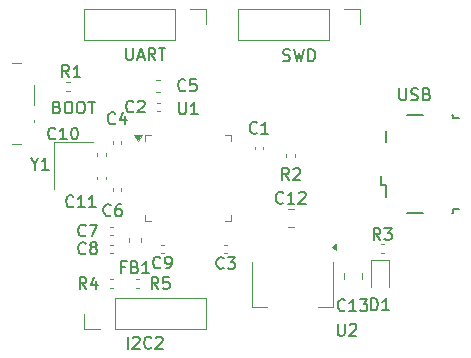
<source format=gbr>
%TF.GenerationSoftware,KiCad,Pcbnew,8.0.8*%
%TF.CreationDate,2025-02-01T16:42:16+07:00*%
%TF.ProjectId,stm32-blue-pill-backups,73746d33-322d-4626-9c75-652d70696c6c,rev?*%
%TF.SameCoordinates,Original*%
%TF.FileFunction,Legend,Top*%
%TF.FilePolarity,Positive*%
%FSLAX46Y46*%
G04 Gerber Fmt 4.6, Leading zero omitted, Abs format (unit mm)*
G04 Created by KiCad (PCBNEW 8.0.8) date 2025-02-01 16:42:16*
%MOMM*%
%LPD*%
G01*
G04 APERTURE LIST*
%ADD10C,0.150000*%
%ADD11C,0.120000*%
G04 APERTURE END LIST*
D10*
X110832857Y-92011009D02*
X110975714Y-92058628D01*
X110975714Y-92058628D02*
X111023333Y-92106247D01*
X111023333Y-92106247D02*
X111070952Y-92201485D01*
X111070952Y-92201485D02*
X111070952Y-92344342D01*
X111070952Y-92344342D02*
X111023333Y-92439580D01*
X111023333Y-92439580D02*
X110975714Y-92487200D01*
X110975714Y-92487200D02*
X110880476Y-92534819D01*
X110880476Y-92534819D02*
X110499524Y-92534819D01*
X110499524Y-92534819D02*
X110499524Y-91534819D01*
X110499524Y-91534819D02*
X110832857Y-91534819D01*
X110832857Y-91534819D02*
X110928095Y-91582438D01*
X110928095Y-91582438D02*
X110975714Y-91630057D01*
X110975714Y-91630057D02*
X111023333Y-91725295D01*
X111023333Y-91725295D02*
X111023333Y-91820533D01*
X111023333Y-91820533D02*
X110975714Y-91915771D01*
X110975714Y-91915771D02*
X110928095Y-91963390D01*
X110928095Y-91963390D02*
X110832857Y-92011009D01*
X110832857Y-92011009D02*
X110499524Y-92011009D01*
X111690000Y-91534819D02*
X111880476Y-91534819D01*
X111880476Y-91534819D02*
X111975714Y-91582438D01*
X111975714Y-91582438D02*
X112070952Y-91677676D01*
X112070952Y-91677676D02*
X112118571Y-91868152D01*
X112118571Y-91868152D02*
X112118571Y-92201485D01*
X112118571Y-92201485D02*
X112070952Y-92391961D01*
X112070952Y-92391961D02*
X111975714Y-92487200D01*
X111975714Y-92487200D02*
X111880476Y-92534819D01*
X111880476Y-92534819D02*
X111690000Y-92534819D01*
X111690000Y-92534819D02*
X111594762Y-92487200D01*
X111594762Y-92487200D02*
X111499524Y-92391961D01*
X111499524Y-92391961D02*
X111451905Y-92201485D01*
X111451905Y-92201485D02*
X111451905Y-91868152D01*
X111451905Y-91868152D02*
X111499524Y-91677676D01*
X111499524Y-91677676D02*
X111594762Y-91582438D01*
X111594762Y-91582438D02*
X111690000Y-91534819D01*
X112737619Y-91534819D02*
X112928095Y-91534819D01*
X112928095Y-91534819D02*
X113023333Y-91582438D01*
X113023333Y-91582438D02*
X113118571Y-91677676D01*
X113118571Y-91677676D02*
X113166190Y-91868152D01*
X113166190Y-91868152D02*
X113166190Y-92201485D01*
X113166190Y-92201485D02*
X113118571Y-92391961D01*
X113118571Y-92391961D02*
X113023333Y-92487200D01*
X113023333Y-92487200D02*
X112928095Y-92534819D01*
X112928095Y-92534819D02*
X112737619Y-92534819D01*
X112737619Y-92534819D02*
X112642381Y-92487200D01*
X112642381Y-92487200D02*
X112547143Y-92391961D01*
X112547143Y-92391961D02*
X112499524Y-92201485D01*
X112499524Y-92201485D02*
X112499524Y-91868152D01*
X112499524Y-91868152D02*
X112547143Y-91677676D01*
X112547143Y-91677676D02*
X112642381Y-91582438D01*
X112642381Y-91582438D02*
X112737619Y-91534819D01*
X113451905Y-91534819D02*
X114023333Y-91534819D01*
X113737619Y-92534819D02*
X113737619Y-91534819D01*
X138193333Y-103244819D02*
X137860000Y-102768628D01*
X137621905Y-103244819D02*
X137621905Y-102244819D01*
X137621905Y-102244819D02*
X138002857Y-102244819D01*
X138002857Y-102244819D02*
X138098095Y-102292438D01*
X138098095Y-102292438D02*
X138145714Y-102340057D01*
X138145714Y-102340057D02*
X138193333Y-102435295D01*
X138193333Y-102435295D02*
X138193333Y-102578152D01*
X138193333Y-102578152D02*
X138145714Y-102673390D01*
X138145714Y-102673390D02*
X138098095Y-102721009D01*
X138098095Y-102721009D02*
X138002857Y-102768628D01*
X138002857Y-102768628D02*
X137621905Y-102768628D01*
X138526667Y-102244819D02*
X139145714Y-102244819D01*
X139145714Y-102244819D02*
X138812381Y-102625771D01*
X138812381Y-102625771D02*
X138955238Y-102625771D01*
X138955238Y-102625771D02*
X139050476Y-102673390D01*
X139050476Y-102673390D02*
X139098095Y-102721009D01*
X139098095Y-102721009D02*
X139145714Y-102816247D01*
X139145714Y-102816247D02*
X139145714Y-103054342D01*
X139145714Y-103054342D02*
X139098095Y-103149580D01*
X139098095Y-103149580D02*
X139050476Y-103197200D01*
X139050476Y-103197200D02*
X138955238Y-103244819D01*
X138955238Y-103244819D02*
X138669524Y-103244819D01*
X138669524Y-103244819D02*
X138574286Y-103197200D01*
X138574286Y-103197200D02*
X138526667Y-103149580D01*
X113293333Y-107404819D02*
X112960000Y-106928628D01*
X112721905Y-107404819D02*
X112721905Y-106404819D01*
X112721905Y-106404819D02*
X113102857Y-106404819D01*
X113102857Y-106404819D02*
X113198095Y-106452438D01*
X113198095Y-106452438D02*
X113245714Y-106500057D01*
X113245714Y-106500057D02*
X113293333Y-106595295D01*
X113293333Y-106595295D02*
X113293333Y-106738152D01*
X113293333Y-106738152D02*
X113245714Y-106833390D01*
X113245714Y-106833390D02*
X113198095Y-106881009D01*
X113198095Y-106881009D02*
X113102857Y-106928628D01*
X113102857Y-106928628D02*
X112721905Y-106928628D01*
X114150476Y-106738152D02*
X114150476Y-107404819D01*
X113912381Y-106357200D02*
X113674286Y-107071485D01*
X113674286Y-107071485D02*
X114293333Y-107071485D01*
X129962857Y-88057200D02*
X130105714Y-88104819D01*
X130105714Y-88104819D02*
X130343809Y-88104819D01*
X130343809Y-88104819D02*
X130439047Y-88057200D01*
X130439047Y-88057200D02*
X130486666Y-88009580D01*
X130486666Y-88009580D02*
X130534285Y-87914342D01*
X130534285Y-87914342D02*
X130534285Y-87819104D01*
X130534285Y-87819104D02*
X130486666Y-87723866D01*
X130486666Y-87723866D02*
X130439047Y-87676247D01*
X130439047Y-87676247D02*
X130343809Y-87628628D01*
X130343809Y-87628628D02*
X130153333Y-87581009D01*
X130153333Y-87581009D02*
X130058095Y-87533390D01*
X130058095Y-87533390D02*
X130010476Y-87485771D01*
X130010476Y-87485771D02*
X129962857Y-87390533D01*
X129962857Y-87390533D02*
X129962857Y-87295295D01*
X129962857Y-87295295D02*
X130010476Y-87200057D01*
X130010476Y-87200057D02*
X130058095Y-87152438D01*
X130058095Y-87152438D02*
X130153333Y-87104819D01*
X130153333Y-87104819D02*
X130391428Y-87104819D01*
X130391428Y-87104819D02*
X130534285Y-87152438D01*
X130867619Y-87104819D02*
X131105714Y-88104819D01*
X131105714Y-88104819D02*
X131296190Y-87390533D01*
X131296190Y-87390533D02*
X131486666Y-88104819D01*
X131486666Y-88104819D02*
X131724762Y-87104819D01*
X132105714Y-88104819D02*
X132105714Y-87104819D01*
X132105714Y-87104819D02*
X132343809Y-87104819D01*
X132343809Y-87104819D02*
X132486666Y-87152438D01*
X132486666Y-87152438D02*
X132581904Y-87247676D01*
X132581904Y-87247676D02*
X132629523Y-87342914D01*
X132629523Y-87342914D02*
X132677142Y-87533390D01*
X132677142Y-87533390D02*
X132677142Y-87676247D01*
X132677142Y-87676247D02*
X132629523Y-87866723D01*
X132629523Y-87866723D02*
X132581904Y-87961961D01*
X132581904Y-87961961D02*
X132486666Y-88057200D01*
X132486666Y-88057200D02*
X132343809Y-88104819D01*
X132343809Y-88104819D02*
X132105714Y-88104819D01*
X116576666Y-105531009D02*
X116243333Y-105531009D01*
X116243333Y-106054819D02*
X116243333Y-105054819D01*
X116243333Y-105054819D02*
X116719523Y-105054819D01*
X117433809Y-105531009D02*
X117576666Y-105578628D01*
X117576666Y-105578628D02*
X117624285Y-105626247D01*
X117624285Y-105626247D02*
X117671904Y-105721485D01*
X117671904Y-105721485D02*
X117671904Y-105864342D01*
X117671904Y-105864342D02*
X117624285Y-105959580D01*
X117624285Y-105959580D02*
X117576666Y-106007200D01*
X117576666Y-106007200D02*
X117481428Y-106054819D01*
X117481428Y-106054819D02*
X117100476Y-106054819D01*
X117100476Y-106054819D02*
X117100476Y-105054819D01*
X117100476Y-105054819D02*
X117433809Y-105054819D01*
X117433809Y-105054819D02*
X117529047Y-105102438D01*
X117529047Y-105102438D02*
X117576666Y-105150057D01*
X117576666Y-105150057D02*
X117624285Y-105245295D01*
X117624285Y-105245295D02*
X117624285Y-105340533D01*
X117624285Y-105340533D02*
X117576666Y-105435771D01*
X117576666Y-105435771D02*
X117529047Y-105483390D01*
X117529047Y-105483390D02*
X117433809Y-105531009D01*
X117433809Y-105531009D02*
X117100476Y-105531009D01*
X118624285Y-106054819D02*
X118052857Y-106054819D01*
X118338571Y-106054819D02*
X118338571Y-105054819D01*
X118338571Y-105054819D02*
X118243333Y-105197676D01*
X118243333Y-105197676D02*
X118148095Y-105292914D01*
X118148095Y-105292914D02*
X118052857Y-105340533D01*
X117273333Y-92359580D02*
X117225714Y-92407200D01*
X117225714Y-92407200D02*
X117082857Y-92454819D01*
X117082857Y-92454819D02*
X116987619Y-92454819D01*
X116987619Y-92454819D02*
X116844762Y-92407200D01*
X116844762Y-92407200D02*
X116749524Y-92311961D01*
X116749524Y-92311961D02*
X116701905Y-92216723D01*
X116701905Y-92216723D02*
X116654286Y-92026247D01*
X116654286Y-92026247D02*
X116654286Y-91883390D01*
X116654286Y-91883390D02*
X116701905Y-91692914D01*
X116701905Y-91692914D02*
X116749524Y-91597676D01*
X116749524Y-91597676D02*
X116844762Y-91502438D01*
X116844762Y-91502438D02*
X116987619Y-91454819D01*
X116987619Y-91454819D02*
X117082857Y-91454819D01*
X117082857Y-91454819D02*
X117225714Y-91502438D01*
X117225714Y-91502438D02*
X117273333Y-91550057D01*
X117654286Y-91550057D02*
X117701905Y-91502438D01*
X117701905Y-91502438D02*
X117797143Y-91454819D01*
X117797143Y-91454819D02*
X118035238Y-91454819D01*
X118035238Y-91454819D02*
X118130476Y-91502438D01*
X118130476Y-91502438D02*
X118178095Y-91550057D01*
X118178095Y-91550057D02*
X118225714Y-91645295D01*
X118225714Y-91645295D02*
X118225714Y-91740533D01*
X118225714Y-91740533D02*
X118178095Y-91883390D01*
X118178095Y-91883390D02*
X117606667Y-92454819D01*
X117606667Y-92454819D02*
X118225714Y-92454819D01*
X111833333Y-89454819D02*
X111500000Y-88978628D01*
X111261905Y-89454819D02*
X111261905Y-88454819D01*
X111261905Y-88454819D02*
X111642857Y-88454819D01*
X111642857Y-88454819D02*
X111738095Y-88502438D01*
X111738095Y-88502438D02*
X111785714Y-88550057D01*
X111785714Y-88550057D02*
X111833333Y-88645295D01*
X111833333Y-88645295D02*
X111833333Y-88788152D01*
X111833333Y-88788152D02*
X111785714Y-88883390D01*
X111785714Y-88883390D02*
X111738095Y-88931009D01*
X111738095Y-88931009D02*
X111642857Y-88978628D01*
X111642857Y-88978628D02*
X111261905Y-88978628D01*
X112785714Y-89454819D02*
X112214286Y-89454819D01*
X112500000Y-89454819D02*
X112500000Y-88454819D01*
X112500000Y-88454819D02*
X112404762Y-88597676D01*
X112404762Y-88597676D02*
X112309524Y-88692914D01*
X112309524Y-88692914D02*
X112214286Y-88740533D01*
X112197142Y-100389580D02*
X112149523Y-100437200D01*
X112149523Y-100437200D02*
X112006666Y-100484819D01*
X112006666Y-100484819D02*
X111911428Y-100484819D01*
X111911428Y-100484819D02*
X111768571Y-100437200D01*
X111768571Y-100437200D02*
X111673333Y-100341961D01*
X111673333Y-100341961D02*
X111625714Y-100246723D01*
X111625714Y-100246723D02*
X111578095Y-100056247D01*
X111578095Y-100056247D02*
X111578095Y-99913390D01*
X111578095Y-99913390D02*
X111625714Y-99722914D01*
X111625714Y-99722914D02*
X111673333Y-99627676D01*
X111673333Y-99627676D02*
X111768571Y-99532438D01*
X111768571Y-99532438D02*
X111911428Y-99484819D01*
X111911428Y-99484819D02*
X112006666Y-99484819D01*
X112006666Y-99484819D02*
X112149523Y-99532438D01*
X112149523Y-99532438D02*
X112197142Y-99580057D01*
X113149523Y-100484819D02*
X112578095Y-100484819D01*
X112863809Y-100484819D02*
X112863809Y-99484819D01*
X112863809Y-99484819D02*
X112768571Y-99627676D01*
X112768571Y-99627676D02*
X112673333Y-99722914D01*
X112673333Y-99722914D02*
X112578095Y-99770533D01*
X114101904Y-100484819D02*
X113530476Y-100484819D01*
X113816190Y-100484819D02*
X113816190Y-99484819D01*
X113816190Y-99484819D02*
X113720952Y-99627676D01*
X113720952Y-99627676D02*
X113625714Y-99722914D01*
X113625714Y-99722914D02*
X113530476Y-99770533D01*
X113243333Y-104359580D02*
X113195714Y-104407200D01*
X113195714Y-104407200D02*
X113052857Y-104454819D01*
X113052857Y-104454819D02*
X112957619Y-104454819D01*
X112957619Y-104454819D02*
X112814762Y-104407200D01*
X112814762Y-104407200D02*
X112719524Y-104311961D01*
X112719524Y-104311961D02*
X112671905Y-104216723D01*
X112671905Y-104216723D02*
X112624286Y-104026247D01*
X112624286Y-104026247D02*
X112624286Y-103883390D01*
X112624286Y-103883390D02*
X112671905Y-103692914D01*
X112671905Y-103692914D02*
X112719524Y-103597676D01*
X112719524Y-103597676D02*
X112814762Y-103502438D01*
X112814762Y-103502438D02*
X112957619Y-103454819D01*
X112957619Y-103454819D02*
X113052857Y-103454819D01*
X113052857Y-103454819D02*
X113195714Y-103502438D01*
X113195714Y-103502438D02*
X113243333Y-103550057D01*
X113814762Y-103883390D02*
X113719524Y-103835771D01*
X113719524Y-103835771D02*
X113671905Y-103788152D01*
X113671905Y-103788152D02*
X113624286Y-103692914D01*
X113624286Y-103692914D02*
X113624286Y-103645295D01*
X113624286Y-103645295D02*
X113671905Y-103550057D01*
X113671905Y-103550057D02*
X113719524Y-103502438D01*
X113719524Y-103502438D02*
X113814762Y-103454819D01*
X113814762Y-103454819D02*
X114005238Y-103454819D01*
X114005238Y-103454819D02*
X114100476Y-103502438D01*
X114100476Y-103502438D02*
X114148095Y-103550057D01*
X114148095Y-103550057D02*
X114195714Y-103645295D01*
X114195714Y-103645295D02*
X114195714Y-103692914D01*
X114195714Y-103692914D02*
X114148095Y-103788152D01*
X114148095Y-103788152D02*
X114100476Y-103835771D01*
X114100476Y-103835771D02*
X114005238Y-103883390D01*
X114005238Y-103883390D02*
X113814762Y-103883390D01*
X113814762Y-103883390D02*
X113719524Y-103931009D01*
X113719524Y-103931009D02*
X113671905Y-103978628D01*
X113671905Y-103978628D02*
X113624286Y-104073866D01*
X113624286Y-104073866D02*
X113624286Y-104264342D01*
X113624286Y-104264342D02*
X113671905Y-104359580D01*
X113671905Y-104359580D02*
X113719524Y-104407200D01*
X113719524Y-104407200D02*
X113814762Y-104454819D01*
X113814762Y-104454819D02*
X114005238Y-104454819D01*
X114005238Y-104454819D02*
X114100476Y-104407200D01*
X114100476Y-104407200D02*
X114148095Y-104359580D01*
X114148095Y-104359580D02*
X114195714Y-104264342D01*
X114195714Y-104264342D02*
X114195714Y-104073866D01*
X114195714Y-104073866D02*
X114148095Y-103978628D01*
X114148095Y-103978628D02*
X114100476Y-103931009D01*
X114100476Y-103931009D02*
X114005238Y-103883390D01*
X129967142Y-100079580D02*
X129919523Y-100127200D01*
X129919523Y-100127200D02*
X129776666Y-100174819D01*
X129776666Y-100174819D02*
X129681428Y-100174819D01*
X129681428Y-100174819D02*
X129538571Y-100127200D01*
X129538571Y-100127200D02*
X129443333Y-100031961D01*
X129443333Y-100031961D02*
X129395714Y-99936723D01*
X129395714Y-99936723D02*
X129348095Y-99746247D01*
X129348095Y-99746247D02*
X129348095Y-99603390D01*
X129348095Y-99603390D02*
X129395714Y-99412914D01*
X129395714Y-99412914D02*
X129443333Y-99317676D01*
X129443333Y-99317676D02*
X129538571Y-99222438D01*
X129538571Y-99222438D02*
X129681428Y-99174819D01*
X129681428Y-99174819D02*
X129776666Y-99174819D01*
X129776666Y-99174819D02*
X129919523Y-99222438D01*
X129919523Y-99222438D02*
X129967142Y-99270057D01*
X130919523Y-100174819D02*
X130348095Y-100174819D01*
X130633809Y-100174819D02*
X130633809Y-99174819D01*
X130633809Y-99174819D02*
X130538571Y-99317676D01*
X130538571Y-99317676D02*
X130443333Y-99412914D01*
X130443333Y-99412914D02*
X130348095Y-99460533D01*
X131300476Y-99270057D02*
X131348095Y-99222438D01*
X131348095Y-99222438D02*
X131443333Y-99174819D01*
X131443333Y-99174819D02*
X131681428Y-99174819D01*
X131681428Y-99174819D02*
X131776666Y-99222438D01*
X131776666Y-99222438D02*
X131824285Y-99270057D01*
X131824285Y-99270057D02*
X131871904Y-99365295D01*
X131871904Y-99365295D02*
X131871904Y-99460533D01*
X131871904Y-99460533D02*
X131824285Y-99603390D01*
X131824285Y-99603390D02*
X131252857Y-100174819D01*
X131252857Y-100174819D02*
X131871904Y-100174819D01*
X137421905Y-109204819D02*
X137421905Y-108204819D01*
X137421905Y-108204819D02*
X137660000Y-108204819D01*
X137660000Y-108204819D02*
X137802857Y-108252438D01*
X137802857Y-108252438D02*
X137898095Y-108347676D01*
X137898095Y-108347676D02*
X137945714Y-108442914D01*
X137945714Y-108442914D02*
X137993333Y-108633390D01*
X137993333Y-108633390D02*
X137993333Y-108776247D01*
X137993333Y-108776247D02*
X137945714Y-108966723D01*
X137945714Y-108966723D02*
X137898095Y-109061961D01*
X137898095Y-109061961D02*
X137802857Y-109157200D01*
X137802857Y-109157200D02*
X137660000Y-109204819D01*
X137660000Y-109204819D02*
X137421905Y-109204819D01*
X138945714Y-109204819D02*
X138374286Y-109204819D01*
X138660000Y-109204819D02*
X138660000Y-108204819D01*
X138660000Y-108204819D02*
X138564762Y-108347676D01*
X138564762Y-108347676D02*
X138469524Y-108442914D01*
X138469524Y-108442914D02*
X138374286Y-108490533D01*
X113243333Y-102859580D02*
X113195714Y-102907200D01*
X113195714Y-102907200D02*
X113052857Y-102954819D01*
X113052857Y-102954819D02*
X112957619Y-102954819D01*
X112957619Y-102954819D02*
X112814762Y-102907200D01*
X112814762Y-102907200D02*
X112719524Y-102811961D01*
X112719524Y-102811961D02*
X112671905Y-102716723D01*
X112671905Y-102716723D02*
X112624286Y-102526247D01*
X112624286Y-102526247D02*
X112624286Y-102383390D01*
X112624286Y-102383390D02*
X112671905Y-102192914D01*
X112671905Y-102192914D02*
X112719524Y-102097676D01*
X112719524Y-102097676D02*
X112814762Y-102002438D01*
X112814762Y-102002438D02*
X112957619Y-101954819D01*
X112957619Y-101954819D02*
X113052857Y-101954819D01*
X113052857Y-101954819D02*
X113195714Y-102002438D01*
X113195714Y-102002438D02*
X113243333Y-102050057D01*
X113576667Y-101954819D02*
X114243333Y-101954819D01*
X114243333Y-101954819D02*
X113814762Y-102954819D01*
X135197142Y-109179580D02*
X135149523Y-109227200D01*
X135149523Y-109227200D02*
X135006666Y-109274819D01*
X135006666Y-109274819D02*
X134911428Y-109274819D01*
X134911428Y-109274819D02*
X134768571Y-109227200D01*
X134768571Y-109227200D02*
X134673333Y-109131961D01*
X134673333Y-109131961D02*
X134625714Y-109036723D01*
X134625714Y-109036723D02*
X134578095Y-108846247D01*
X134578095Y-108846247D02*
X134578095Y-108703390D01*
X134578095Y-108703390D02*
X134625714Y-108512914D01*
X134625714Y-108512914D02*
X134673333Y-108417676D01*
X134673333Y-108417676D02*
X134768571Y-108322438D01*
X134768571Y-108322438D02*
X134911428Y-108274819D01*
X134911428Y-108274819D02*
X135006666Y-108274819D01*
X135006666Y-108274819D02*
X135149523Y-108322438D01*
X135149523Y-108322438D02*
X135197142Y-108370057D01*
X136149523Y-109274819D02*
X135578095Y-109274819D01*
X135863809Y-109274819D02*
X135863809Y-108274819D01*
X135863809Y-108274819D02*
X135768571Y-108417676D01*
X135768571Y-108417676D02*
X135673333Y-108512914D01*
X135673333Y-108512914D02*
X135578095Y-108560533D01*
X136482857Y-108274819D02*
X137101904Y-108274819D01*
X137101904Y-108274819D02*
X136768571Y-108655771D01*
X136768571Y-108655771D02*
X136911428Y-108655771D01*
X136911428Y-108655771D02*
X137006666Y-108703390D01*
X137006666Y-108703390D02*
X137054285Y-108751009D01*
X137054285Y-108751009D02*
X137101904Y-108846247D01*
X137101904Y-108846247D02*
X137101904Y-109084342D01*
X137101904Y-109084342D02*
X137054285Y-109179580D01*
X137054285Y-109179580D02*
X137006666Y-109227200D01*
X137006666Y-109227200D02*
X136911428Y-109274819D01*
X136911428Y-109274819D02*
X136625714Y-109274819D01*
X136625714Y-109274819D02*
X136530476Y-109227200D01*
X136530476Y-109227200D02*
X136482857Y-109179580D01*
X127743333Y-94159580D02*
X127695714Y-94207200D01*
X127695714Y-94207200D02*
X127552857Y-94254819D01*
X127552857Y-94254819D02*
X127457619Y-94254819D01*
X127457619Y-94254819D02*
X127314762Y-94207200D01*
X127314762Y-94207200D02*
X127219524Y-94111961D01*
X127219524Y-94111961D02*
X127171905Y-94016723D01*
X127171905Y-94016723D02*
X127124286Y-93826247D01*
X127124286Y-93826247D02*
X127124286Y-93683390D01*
X127124286Y-93683390D02*
X127171905Y-93492914D01*
X127171905Y-93492914D02*
X127219524Y-93397676D01*
X127219524Y-93397676D02*
X127314762Y-93302438D01*
X127314762Y-93302438D02*
X127457619Y-93254819D01*
X127457619Y-93254819D02*
X127552857Y-93254819D01*
X127552857Y-93254819D02*
X127695714Y-93302438D01*
X127695714Y-93302438D02*
X127743333Y-93350057D01*
X128695714Y-94254819D02*
X128124286Y-94254819D01*
X128410000Y-94254819D02*
X128410000Y-93254819D01*
X128410000Y-93254819D02*
X128314762Y-93397676D01*
X128314762Y-93397676D02*
X128219524Y-93492914D01*
X128219524Y-93492914D02*
X128124286Y-93540533D01*
X116807619Y-112444819D02*
X116807619Y-111444819D01*
X117236190Y-111540057D02*
X117283809Y-111492438D01*
X117283809Y-111492438D02*
X117379047Y-111444819D01*
X117379047Y-111444819D02*
X117617142Y-111444819D01*
X117617142Y-111444819D02*
X117712380Y-111492438D01*
X117712380Y-111492438D02*
X117759999Y-111540057D01*
X117759999Y-111540057D02*
X117807618Y-111635295D01*
X117807618Y-111635295D02*
X117807618Y-111730533D01*
X117807618Y-111730533D02*
X117759999Y-111873390D01*
X117759999Y-111873390D02*
X117188571Y-112444819D01*
X117188571Y-112444819D02*
X117807618Y-112444819D01*
X118807618Y-112349580D02*
X118759999Y-112397200D01*
X118759999Y-112397200D02*
X118617142Y-112444819D01*
X118617142Y-112444819D02*
X118521904Y-112444819D01*
X118521904Y-112444819D02*
X118379047Y-112397200D01*
X118379047Y-112397200D02*
X118283809Y-112301961D01*
X118283809Y-112301961D02*
X118236190Y-112206723D01*
X118236190Y-112206723D02*
X118188571Y-112016247D01*
X118188571Y-112016247D02*
X118188571Y-111873390D01*
X118188571Y-111873390D02*
X118236190Y-111682914D01*
X118236190Y-111682914D02*
X118283809Y-111587676D01*
X118283809Y-111587676D02*
X118379047Y-111492438D01*
X118379047Y-111492438D02*
X118521904Y-111444819D01*
X118521904Y-111444819D02*
X118617142Y-111444819D01*
X118617142Y-111444819D02*
X118759999Y-111492438D01*
X118759999Y-111492438D02*
X118807618Y-111540057D01*
X119188571Y-111540057D02*
X119236190Y-111492438D01*
X119236190Y-111492438D02*
X119331428Y-111444819D01*
X119331428Y-111444819D02*
X119569523Y-111444819D01*
X119569523Y-111444819D02*
X119664761Y-111492438D01*
X119664761Y-111492438D02*
X119712380Y-111540057D01*
X119712380Y-111540057D02*
X119759999Y-111635295D01*
X119759999Y-111635295D02*
X119759999Y-111730533D01*
X119759999Y-111730533D02*
X119712380Y-111873390D01*
X119712380Y-111873390D02*
X119140952Y-112444819D01*
X119140952Y-112444819D02*
X119759999Y-112444819D01*
X119563333Y-105559580D02*
X119515714Y-105607200D01*
X119515714Y-105607200D02*
X119372857Y-105654819D01*
X119372857Y-105654819D02*
X119277619Y-105654819D01*
X119277619Y-105654819D02*
X119134762Y-105607200D01*
X119134762Y-105607200D02*
X119039524Y-105511961D01*
X119039524Y-105511961D02*
X118991905Y-105416723D01*
X118991905Y-105416723D02*
X118944286Y-105226247D01*
X118944286Y-105226247D02*
X118944286Y-105083390D01*
X118944286Y-105083390D02*
X118991905Y-104892914D01*
X118991905Y-104892914D02*
X119039524Y-104797676D01*
X119039524Y-104797676D02*
X119134762Y-104702438D01*
X119134762Y-104702438D02*
X119277619Y-104654819D01*
X119277619Y-104654819D02*
X119372857Y-104654819D01*
X119372857Y-104654819D02*
X119515714Y-104702438D01*
X119515714Y-104702438D02*
X119563333Y-104750057D01*
X120039524Y-105654819D02*
X120230000Y-105654819D01*
X120230000Y-105654819D02*
X120325238Y-105607200D01*
X120325238Y-105607200D02*
X120372857Y-105559580D01*
X120372857Y-105559580D02*
X120468095Y-105416723D01*
X120468095Y-105416723D02*
X120515714Y-105226247D01*
X120515714Y-105226247D02*
X120515714Y-104845295D01*
X120515714Y-104845295D02*
X120468095Y-104750057D01*
X120468095Y-104750057D02*
X120420476Y-104702438D01*
X120420476Y-104702438D02*
X120325238Y-104654819D01*
X120325238Y-104654819D02*
X120134762Y-104654819D01*
X120134762Y-104654819D02*
X120039524Y-104702438D01*
X120039524Y-104702438D02*
X119991905Y-104750057D01*
X119991905Y-104750057D02*
X119944286Y-104845295D01*
X119944286Y-104845295D02*
X119944286Y-105083390D01*
X119944286Y-105083390D02*
X119991905Y-105178628D01*
X119991905Y-105178628D02*
X120039524Y-105226247D01*
X120039524Y-105226247D02*
X120134762Y-105273866D01*
X120134762Y-105273866D02*
X120325238Y-105273866D01*
X120325238Y-105273866D02*
X120420476Y-105226247D01*
X120420476Y-105226247D02*
X120468095Y-105178628D01*
X120468095Y-105178628D02*
X120515714Y-105083390D01*
X115743333Y-93359580D02*
X115695714Y-93407200D01*
X115695714Y-93407200D02*
X115552857Y-93454819D01*
X115552857Y-93454819D02*
X115457619Y-93454819D01*
X115457619Y-93454819D02*
X115314762Y-93407200D01*
X115314762Y-93407200D02*
X115219524Y-93311961D01*
X115219524Y-93311961D02*
X115171905Y-93216723D01*
X115171905Y-93216723D02*
X115124286Y-93026247D01*
X115124286Y-93026247D02*
X115124286Y-92883390D01*
X115124286Y-92883390D02*
X115171905Y-92692914D01*
X115171905Y-92692914D02*
X115219524Y-92597676D01*
X115219524Y-92597676D02*
X115314762Y-92502438D01*
X115314762Y-92502438D02*
X115457619Y-92454819D01*
X115457619Y-92454819D02*
X115552857Y-92454819D01*
X115552857Y-92454819D02*
X115695714Y-92502438D01*
X115695714Y-92502438D02*
X115743333Y-92550057D01*
X116600476Y-92788152D02*
X116600476Y-93454819D01*
X116362381Y-92407200D02*
X116124286Y-93121485D01*
X116124286Y-93121485D02*
X116743333Y-93121485D01*
X115363333Y-101139580D02*
X115315714Y-101187200D01*
X115315714Y-101187200D02*
X115172857Y-101234819D01*
X115172857Y-101234819D02*
X115077619Y-101234819D01*
X115077619Y-101234819D02*
X114934762Y-101187200D01*
X114934762Y-101187200D02*
X114839524Y-101091961D01*
X114839524Y-101091961D02*
X114791905Y-100996723D01*
X114791905Y-100996723D02*
X114744286Y-100806247D01*
X114744286Y-100806247D02*
X114744286Y-100663390D01*
X114744286Y-100663390D02*
X114791905Y-100472914D01*
X114791905Y-100472914D02*
X114839524Y-100377676D01*
X114839524Y-100377676D02*
X114934762Y-100282438D01*
X114934762Y-100282438D02*
X115077619Y-100234819D01*
X115077619Y-100234819D02*
X115172857Y-100234819D01*
X115172857Y-100234819D02*
X115315714Y-100282438D01*
X115315714Y-100282438D02*
X115363333Y-100330057D01*
X116220476Y-100234819D02*
X116030000Y-100234819D01*
X116030000Y-100234819D02*
X115934762Y-100282438D01*
X115934762Y-100282438D02*
X115887143Y-100330057D01*
X115887143Y-100330057D02*
X115791905Y-100472914D01*
X115791905Y-100472914D02*
X115744286Y-100663390D01*
X115744286Y-100663390D02*
X115744286Y-101044342D01*
X115744286Y-101044342D02*
X115791905Y-101139580D01*
X115791905Y-101139580D02*
X115839524Y-101187200D01*
X115839524Y-101187200D02*
X115934762Y-101234819D01*
X115934762Y-101234819D02*
X116125238Y-101234819D01*
X116125238Y-101234819D02*
X116220476Y-101187200D01*
X116220476Y-101187200D02*
X116268095Y-101139580D01*
X116268095Y-101139580D02*
X116315714Y-101044342D01*
X116315714Y-101044342D02*
X116315714Y-100806247D01*
X116315714Y-100806247D02*
X116268095Y-100711009D01*
X116268095Y-100711009D02*
X116220476Y-100663390D01*
X116220476Y-100663390D02*
X116125238Y-100615771D01*
X116125238Y-100615771D02*
X115934762Y-100615771D01*
X115934762Y-100615771D02*
X115839524Y-100663390D01*
X115839524Y-100663390D02*
X115791905Y-100711009D01*
X115791905Y-100711009D02*
X115744286Y-100806247D01*
X121148095Y-91604819D02*
X121148095Y-92414342D01*
X121148095Y-92414342D02*
X121195714Y-92509580D01*
X121195714Y-92509580D02*
X121243333Y-92557200D01*
X121243333Y-92557200D02*
X121338571Y-92604819D01*
X121338571Y-92604819D02*
X121529047Y-92604819D01*
X121529047Y-92604819D02*
X121624285Y-92557200D01*
X121624285Y-92557200D02*
X121671904Y-92509580D01*
X121671904Y-92509580D02*
X121719523Y-92414342D01*
X121719523Y-92414342D02*
X121719523Y-91604819D01*
X122719523Y-92604819D02*
X122148095Y-92604819D01*
X122433809Y-92604819D02*
X122433809Y-91604819D01*
X122433809Y-91604819D02*
X122338571Y-91747676D01*
X122338571Y-91747676D02*
X122243333Y-91842914D01*
X122243333Y-91842914D02*
X122148095Y-91890533D01*
X116664762Y-87014819D02*
X116664762Y-87824342D01*
X116664762Y-87824342D02*
X116712381Y-87919580D01*
X116712381Y-87919580D02*
X116760000Y-87967200D01*
X116760000Y-87967200D02*
X116855238Y-88014819D01*
X116855238Y-88014819D02*
X117045714Y-88014819D01*
X117045714Y-88014819D02*
X117140952Y-87967200D01*
X117140952Y-87967200D02*
X117188571Y-87919580D01*
X117188571Y-87919580D02*
X117236190Y-87824342D01*
X117236190Y-87824342D02*
X117236190Y-87014819D01*
X117664762Y-87729104D02*
X118140952Y-87729104D01*
X117569524Y-88014819D02*
X117902857Y-87014819D01*
X117902857Y-87014819D02*
X118236190Y-88014819D01*
X119140952Y-88014819D02*
X118807619Y-87538628D01*
X118569524Y-88014819D02*
X118569524Y-87014819D01*
X118569524Y-87014819D02*
X118950476Y-87014819D01*
X118950476Y-87014819D02*
X119045714Y-87062438D01*
X119045714Y-87062438D02*
X119093333Y-87110057D01*
X119093333Y-87110057D02*
X119140952Y-87205295D01*
X119140952Y-87205295D02*
X119140952Y-87348152D01*
X119140952Y-87348152D02*
X119093333Y-87443390D01*
X119093333Y-87443390D02*
X119045714Y-87491009D01*
X119045714Y-87491009D02*
X118950476Y-87538628D01*
X118950476Y-87538628D02*
X118569524Y-87538628D01*
X119426667Y-87014819D02*
X119998095Y-87014819D01*
X119712381Y-88014819D02*
X119712381Y-87014819D01*
X121683333Y-90549580D02*
X121635714Y-90597200D01*
X121635714Y-90597200D02*
X121492857Y-90644819D01*
X121492857Y-90644819D02*
X121397619Y-90644819D01*
X121397619Y-90644819D02*
X121254762Y-90597200D01*
X121254762Y-90597200D02*
X121159524Y-90501961D01*
X121159524Y-90501961D02*
X121111905Y-90406723D01*
X121111905Y-90406723D02*
X121064286Y-90216247D01*
X121064286Y-90216247D02*
X121064286Y-90073390D01*
X121064286Y-90073390D02*
X121111905Y-89882914D01*
X121111905Y-89882914D02*
X121159524Y-89787676D01*
X121159524Y-89787676D02*
X121254762Y-89692438D01*
X121254762Y-89692438D02*
X121397619Y-89644819D01*
X121397619Y-89644819D02*
X121492857Y-89644819D01*
X121492857Y-89644819D02*
X121635714Y-89692438D01*
X121635714Y-89692438D02*
X121683333Y-89740057D01*
X122588095Y-89644819D02*
X122111905Y-89644819D01*
X122111905Y-89644819D02*
X122064286Y-90121009D01*
X122064286Y-90121009D02*
X122111905Y-90073390D01*
X122111905Y-90073390D02*
X122207143Y-90025771D01*
X122207143Y-90025771D02*
X122445238Y-90025771D01*
X122445238Y-90025771D02*
X122540476Y-90073390D01*
X122540476Y-90073390D02*
X122588095Y-90121009D01*
X122588095Y-90121009D02*
X122635714Y-90216247D01*
X122635714Y-90216247D02*
X122635714Y-90454342D01*
X122635714Y-90454342D02*
X122588095Y-90549580D01*
X122588095Y-90549580D02*
X122540476Y-90597200D01*
X122540476Y-90597200D02*
X122445238Y-90644819D01*
X122445238Y-90644819D02*
X122207143Y-90644819D01*
X122207143Y-90644819D02*
X122111905Y-90597200D01*
X122111905Y-90597200D02*
X122064286Y-90549580D01*
X130443333Y-98164819D02*
X130110000Y-97688628D01*
X129871905Y-98164819D02*
X129871905Y-97164819D01*
X129871905Y-97164819D02*
X130252857Y-97164819D01*
X130252857Y-97164819D02*
X130348095Y-97212438D01*
X130348095Y-97212438D02*
X130395714Y-97260057D01*
X130395714Y-97260057D02*
X130443333Y-97355295D01*
X130443333Y-97355295D02*
X130443333Y-97498152D01*
X130443333Y-97498152D02*
X130395714Y-97593390D01*
X130395714Y-97593390D02*
X130348095Y-97641009D01*
X130348095Y-97641009D02*
X130252857Y-97688628D01*
X130252857Y-97688628D02*
X129871905Y-97688628D01*
X130824286Y-97260057D02*
X130871905Y-97212438D01*
X130871905Y-97212438D02*
X130967143Y-97164819D01*
X130967143Y-97164819D02*
X131205238Y-97164819D01*
X131205238Y-97164819D02*
X131300476Y-97212438D01*
X131300476Y-97212438D02*
X131348095Y-97260057D01*
X131348095Y-97260057D02*
X131395714Y-97355295D01*
X131395714Y-97355295D02*
X131395714Y-97450533D01*
X131395714Y-97450533D02*
X131348095Y-97593390D01*
X131348095Y-97593390D02*
X130776667Y-98164819D01*
X130776667Y-98164819D02*
X131395714Y-98164819D01*
X124933333Y-105609580D02*
X124885714Y-105657200D01*
X124885714Y-105657200D02*
X124742857Y-105704819D01*
X124742857Y-105704819D02*
X124647619Y-105704819D01*
X124647619Y-105704819D02*
X124504762Y-105657200D01*
X124504762Y-105657200D02*
X124409524Y-105561961D01*
X124409524Y-105561961D02*
X124361905Y-105466723D01*
X124361905Y-105466723D02*
X124314286Y-105276247D01*
X124314286Y-105276247D02*
X124314286Y-105133390D01*
X124314286Y-105133390D02*
X124361905Y-104942914D01*
X124361905Y-104942914D02*
X124409524Y-104847676D01*
X124409524Y-104847676D02*
X124504762Y-104752438D01*
X124504762Y-104752438D02*
X124647619Y-104704819D01*
X124647619Y-104704819D02*
X124742857Y-104704819D01*
X124742857Y-104704819D02*
X124885714Y-104752438D01*
X124885714Y-104752438D02*
X124933333Y-104800057D01*
X125266667Y-104704819D02*
X125885714Y-104704819D01*
X125885714Y-104704819D02*
X125552381Y-105085771D01*
X125552381Y-105085771D02*
X125695238Y-105085771D01*
X125695238Y-105085771D02*
X125790476Y-105133390D01*
X125790476Y-105133390D02*
X125838095Y-105181009D01*
X125838095Y-105181009D02*
X125885714Y-105276247D01*
X125885714Y-105276247D02*
X125885714Y-105514342D01*
X125885714Y-105514342D02*
X125838095Y-105609580D01*
X125838095Y-105609580D02*
X125790476Y-105657200D01*
X125790476Y-105657200D02*
X125695238Y-105704819D01*
X125695238Y-105704819D02*
X125409524Y-105704819D01*
X125409524Y-105704819D02*
X125314286Y-105657200D01*
X125314286Y-105657200D02*
X125266667Y-105609580D01*
X108913809Y-96808628D02*
X108913809Y-97284819D01*
X108580476Y-96284819D02*
X108913809Y-96808628D01*
X108913809Y-96808628D02*
X109247142Y-96284819D01*
X110104285Y-97284819D02*
X109532857Y-97284819D01*
X109818571Y-97284819D02*
X109818571Y-96284819D01*
X109818571Y-96284819D02*
X109723333Y-96427676D01*
X109723333Y-96427676D02*
X109628095Y-96522914D01*
X109628095Y-96522914D02*
X109532857Y-96570533D01*
X139808095Y-90424819D02*
X139808095Y-91234342D01*
X139808095Y-91234342D02*
X139855714Y-91329580D01*
X139855714Y-91329580D02*
X139903333Y-91377200D01*
X139903333Y-91377200D02*
X139998571Y-91424819D01*
X139998571Y-91424819D02*
X140189047Y-91424819D01*
X140189047Y-91424819D02*
X140284285Y-91377200D01*
X140284285Y-91377200D02*
X140331904Y-91329580D01*
X140331904Y-91329580D02*
X140379523Y-91234342D01*
X140379523Y-91234342D02*
X140379523Y-90424819D01*
X140808095Y-91377200D02*
X140950952Y-91424819D01*
X140950952Y-91424819D02*
X141189047Y-91424819D01*
X141189047Y-91424819D02*
X141284285Y-91377200D01*
X141284285Y-91377200D02*
X141331904Y-91329580D01*
X141331904Y-91329580D02*
X141379523Y-91234342D01*
X141379523Y-91234342D02*
X141379523Y-91139104D01*
X141379523Y-91139104D02*
X141331904Y-91043866D01*
X141331904Y-91043866D02*
X141284285Y-90996247D01*
X141284285Y-90996247D02*
X141189047Y-90948628D01*
X141189047Y-90948628D02*
X140998571Y-90901009D01*
X140998571Y-90901009D02*
X140903333Y-90853390D01*
X140903333Y-90853390D02*
X140855714Y-90805771D01*
X140855714Y-90805771D02*
X140808095Y-90710533D01*
X140808095Y-90710533D02*
X140808095Y-90615295D01*
X140808095Y-90615295D02*
X140855714Y-90520057D01*
X140855714Y-90520057D02*
X140903333Y-90472438D01*
X140903333Y-90472438D02*
X140998571Y-90424819D01*
X140998571Y-90424819D02*
X141236666Y-90424819D01*
X141236666Y-90424819D02*
X141379523Y-90472438D01*
X142141428Y-90901009D02*
X142284285Y-90948628D01*
X142284285Y-90948628D02*
X142331904Y-90996247D01*
X142331904Y-90996247D02*
X142379523Y-91091485D01*
X142379523Y-91091485D02*
X142379523Y-91234342D01*
X142379523Y-91234342D02*
X142331904Y-91329580D01*
X142331904Y-91329580D02*
X142284285Y-91377200D01*
X142284285Y-91377200D02*
X142189047Y-91424819D01*
X142189047Y-91424819D02*
X141808095Y-91424819D01*
X141808095Y-91424819D02*
X141808095Y-90424819D01*
X141808095Y-90424819D02*
X142141428Y-90424819D01*
X142141428Y-90424819D02*
X142236666Y-90472438D01*
X142236666Y-90472438D02*
X142284285Y-90520057D01*
X142284285Y-90520057D02*
X142331904Y-90615295D01*
X142331904Y-90615295D02*
X142331904Y-90710533D01*
X142331904Y-90710533D02*
X142284285Y-90805771D01*
X142284285Y-90805771D02*
X142236666Y-90853390D01*
X142236666Y-90853390D02*
X142141428Y-90901009D01*
X142141428Y-90901009D02*
X141808095Y-90901009D01*
X110677142Y-94639580D02*
X110629523Y-94687200D01*
X110629523Y-94687200D02*
X110486666Y-94734819D01*
X110486666Y-94734819D02*
X110391428Y-94734819D01*
X110391428Y-94734819D02*
X110248571Y-94687200D01*
X110248571Y-94687200D02*
X110153333Y-94591961D01*
X110153333Y-94591961D02*
X110105714Y-94496723D01*
X110105714Y-94496723D02*
X110058095Y-94306247D01*
X110058095Y-94306247D02*
X110058095Y-94163390D01*
X110058095Y-94163390D02*
X110105714Y-93972914D01*
X110105714Y-93972914D02*
X110153333Y-93877676D01*
X110153333Y-93877676D02*
X110248571Y-93782438D01*
X110248571Y-93782438D02*
X110391428Y-93734819D01*
X110391428Y-93734819D02*
X110486666Y-93734819D01*
X110486666Y-93734819D02*
X110629523Y-93782438D01*
X110629523Y-93782438D02*
X110677142Y-93830057D01*
X111629523Y-94734819D02*
X111058095Y-94734819D01*
X111343809Y-94734819D02*
X111343809Y-93734819D01*
X111343809Y-93734819D02*
X111248571Y-93877676D01*
X111248571Y-93877676D02*
X111153333Y-93972914D01*
X111153333Y-93972914D02*
X111058095Y-94020533D01*
X112248571Y-93734819D02*
X112343809Y-93734819D01*
X112343809Y-93734819D02*
X112439047Y-93782438D01*
X112439047Y-93782438D02*
X112486666Y-93830057D01*
X112486666Y-93830057D02*
X112534285Y-93925295D01*
X112534285Y-93925295D02*
X112581904Y-94115771D01*
X112581904Y-94115771D02*
X112581904Y-94353866D01*
X112581904Y-94353866D02*
X112534285Y-94544342D01*
X112534285Y-94544342D02*
X112486666Y-94639580D01*
X112486666Y-94639580D02*
X112439047Y-94687200D01*
X112439047Y-94687200D02*
X112343809Y-94734819D01*
X112343809Y-94734819D02*
X112248571Y-94734819D01*
X112248571Y-94734819D02*
X112153333Y-94687200D01*
X112153333Y-94687200D02*
X112105714Y-94639580D01*
X112105714Y-94639580D02*
X112058095Y-94544342D01*
X112058095Y-94544342D02*
X112010476Y-94353866D01*
X112010476Y-94353866D02*
X112010476Y-94115771D01*
X112010476Y-94115771D02*
X112058095Y-93925295D01*
X112058095Y-93925295D02*
X112105714Y-93830057D01*
X112105714Y-93830057D02*
X112153333Y-93782438D01*
X112153333Y-93782438D02*
X112248571Y-93734819D01*
X119393333Y-107404819D02*
X119060000Y-106928628D01*
X118821905Y-107404819D02*
X118821905Y-106404819D01*
X118821905Y-106404819D02*
X119202857Y-106404819D01*
X119202857Y-106404819D02*
X119298095Y-106452438D01*
X119298095Y-106452438D02*
X119345714Y-106500057D01*
X119345714Y-106500057D02*
X119393333Y-106595295D01*
X119393333Y-106595295D02*
X119393333Y-106738152D01*
X119393333Y-106738152D02*
X119345714Y-106833390D01*
X119345714Y-106833390D02*
X119298095Y-106881009D01*
X119298095Y-106881009D02*
X119202857Y-106928628D01*
X119202857Y-106928628D02*
X118821905Y-106928628D01*
X120298095Y-106404819D02*
X119821905Y-106404819D01*
X119821905Y-106404819D02*
X119774286Y-106881009D01*
X119774286Y-106881009D02*
X119821905Y-106833390D01*
X119821905Y-106833390D02*
X119917143Y-106785771D01*
X119917143Y-106785771D02*
X120155238Y-106785771D01*
X120155238Y-106785771D02*
X120250476Y-106833390D01*
X120250476Y-106833390D02*
X120298095Y-106881009D01*
X120298095Y-106881009D02*
X120345714Y-106976247D01*
X120345714Y-106976247D02*
X120345714Y-107214342D01*
X120345714Y-107214342D02*
X120298095Y-107309580D01*
X120298095Y-107309580D02*
X120250476Y-107357200D01*
X120250476Y-107357200D02*
X120155238Y-107404819D01*
X120155238Y-107404819D02*
X119917143Y-107404819D01*
X119917143Y-107404819D02*
X119821905Y-107357200D01*
X119821905Y-107357200D02*
X119774286Y-107309580D01*
X134598095Y-110354819D02*
X134598095Y-111164342D01*
X134598095Y-111164342D02*
X134645714Y-111259580D01*
X134645714Y-111259580D02*
X134693333Y-111307200D01*
X134693333Y-111307200D02*
X134788571Y-111354819D01*
X134788571Y-111354819D02*
X134979047Y-111354819D01*
X134979047Y-111354819D02*
X135074285Y-111307200D01*
X135074285Y-111307200D02*
X135121904Y-111259580D01*
X135121904Y-111259580D02*
X135169523Y-111164342D01*
X135169523Y-111164342D02*
X135169523Y-110354819D01*
X135598095Y-110450057D02*
X135645714Y-110402438D01*
X135645714Y-110402438D02*
X135740952Y-110354819D01*
X135740952Y-110354819D02*
X135979047Y-110354819D01*
X135979047Y-110354819D02*
X136074285Y-110402438D01*
X136074285Y-110402438D02*
X136121904Y-110450057D01*
X136121904Y-110450057D02*
X136169523Y-110545295D01*
X136169523Y-110545295D02*
X136169523Y-110640533D01*
X136169523Y-110640533D02*
X136121904Y-110783390D01*
X136121904Y-110783390D02*
X135550476Y-111354819D01*
X135550476Y-111354819D02*
X136169523Y-111354819D01*
D11*
%TO.C,BOOT*%
X107000000Y-95150000D02*
X107790000Y-95150000D01*
X107790000Y-88250000D02*
X107000000Y-88250000D01*
X108840000Y-90100000D02*
X108840000Y-91800000D01*
X108840000Y-93100000D02*
X108840000Y-93300000D01*
%TO.C,R3*%
X138206359Y-104380000D02*
X138513641Y-104380000D01*
X138206359Y-103620000D02*
X138513641Y-103620000D01*
%TO.C,R4*%
X115573641Y-107330000D02*
X115266359Y-107330000D01*
X115573641Y-106570000D02*
X115266359Y-106570000D01*
%TO.C,SWD*%
X126170000Y-83670000D02*
X126170000Y-86330000D01*
X133850000Y-83670000D02*
X126170000Y-83670000D01*
X133850000Y-83670000D02*
X133850000Y-86330000D01*
X133850000Y-86330000D02*
X126170000Y-86330000D01*
X135120000Y-83670000D02*
X136450000Y-83670000D01*
X136450000Y-83670000D02*
X136450000Y-85000000D01*
%TO.C,FB1*%
X116900000Y-103450279D02*
X116900000Y-103124721D01*
X117920000Y-103450279D02*
X117920000Y-103124721D01*
%TO.C,C2*%
X119282164Y-91640000D02*
X119497836Y-91640000D01*
X119282164Y-92360000D02*
X119497836Y-92360000D01*
%TO.C,R1*%
X111576359Y-89850000D02*
X111883641Y-89850000D01*
X111576359Y-90610000D02*
X111883641Y-90610000D01*
%TO.C,C11*%
X114230000Y-98117836D02*
X114230000Y-97902164D01*
X114950000Y-98117836D02*
X114950000Y-97902164D01*
%TO.C,C8*%
X115322164Y-103640000D02*
X115537836Y-103640000D01*
X115322164Y-104360000D02*
X115537836Y-104360000D01*
%TO.C,C12*%
X130348748Y-100665000D02*
X130871252Y-100665000D01*
X130348748Y-102135000D02*
X130871252Y-102135000D01*
%TO.C,D1*%
X137425000Y-104977500D02*
X137425000Y-107262500D01*
X138895000Y-104977500D02*
X137425000Y-104977500D01*
X138895000Y-107262500D02*
X138895000Y-104977500D01*
%TO.C,C7*%
X115322164Y-102140000D02*
X115537836Y-102140000D01*
X115322164Y-102860000D02*
X115537836Y-102860000D01*
%TO.C,C13*%
X135155000Y-106531252D02*
X135155000Y-106008748D01*
X136625000Y-106531252D02*
X136625000Y-106008748D01*
%TO.C,C1*%
X127550000Y-95372164D02*
X127550000Y-95587836D01*
X128270000Y-95372164D02*
X128270000Y-95587836D01*
%TO.C,I2C2*%
X113140000Y-110830000D02*
X113140000Y-109500000D01*
X114470000Y-110830000D02*
X113140000Y-110830000D01*
X115740000Y-108170000D02*
X123420000Y-108170000D01*
X115740000Y-110830000D02*
X115740000Y-108170000D01*
X115740000Y-110830000D02*
X123420000Y-110830000D01*
X123420000Y-110830000D02*
X123420000Y-108170000D01*
%TO.C,C9*%
X119622164Y-103640000D02*
X119837836Y-103640000D01*
X119622164Y-104360000D02*
X119837836Y-104360000D01*
%TO.C,C4*%
X115550000Y-95127836D02*
X115550000Y-94912164D01*
X116270000Y-95127836D02*
X116270000Y-94912164D01*
%TO.C,C6*%
X115550000Y-99087836D02*
X115550000Y-98872164D01*
X116270000Y-99087836D02*
X116270000Y-98872164D01*
%TO.C,U1*%
X118300000Y-94390000D02*
X118300000Y-94840000D01*
X118300000Y-101610000D02*
X118300000Y-101160000D01*
X118750000Y-94390000D02*
X118300000Y-94390000D01*
X118750000Y-101610000D02*
X118300000Y-101610000D01*
X125070000Y-94390000D02*
X125520000Y-94390000D01*
X125070000Y-101610000D02*
X125520000Y-101610000D01*
X125520000Y-94390000D02*
X125520000Y-94840000D01*
X125520000Y-101610000D02*
X125520000Y-101160000D01*
X117710000Y-94840000D02*
X117370000Y-94370000D01*
X118050000Y-94370000D01*
X117710000Y-94840000D01*
G36*
X117710000Y-94840000D02*
G01*
X117370000Y-94370000D01*
X118050000Y-94370000D01*
X117710000Y-94840000D01*
G37*
%TO.C,UART*%
X113120000Y-83670000D02*
X113120000Y-86330000D01*
X120800000Y-83670000D02*
X113120000Y-83670000D01*
X120800000Y-83670000D02*
X120800000Y-86330000D01*
X120800000Y-86330000D02*
X113120000Y-86330000D01*
X122070000Y-83670000D02*
X123400000Y-83670000D01*
X123400000Y-83670000D02*
X123400000Y-85000000D01*
%TO.C,C5*%
X119224420Y-90710000D02*
X119505580Y-90710000D01*
X119224420Y-89690000D02*
X119505580Y-89690000D01*
%TO.C,R2*%
X130230000Y-96253641D02*
X130230000Y-95946359D01*
X130990000Y-96253641D02*
X130990000Y-95946359D01*
%TO.C,C3*%
X125187836Y-104360000D02*
X124972164Y-104360000D01*
X125187836Y-103640000D02*
X124972164Y-103640000D01*
%TO.C,Y1*%
X110590000Y-94930000D02*
X110590000Y-98930000D01*
X113890000Y-94930000D02*
X110590000Y-94930000D01*
D10*
%TO.C,USB*%
X144835000Y-92945000D02*
X144385000Y-92945000D01*
X144385000Y-100945000D02*
X144385000Y-100645000D01*
X144385000Y-100645000D02*
X144835000Y-100645000D01*
X144385000Y-92945000D02*
X144385000Y-92645000D01*
X144385000Y-92645000D02*
X144235000Y-92645000D01*
X144235000Y-100945000D02*
X144385000Y-100945000D01*
X141835000Y-92645000D02*
X140435000Y-92645000D01*
X140435000Y-100945000D02*
X141835000Y-100945000D01*
X138685000Y-98595000D02*
X138685000Y-99595000D01*
X138685000Y-94995000D02*
X138685000Y-93995000D01*
X138260000Y-98595000D02*
X138685000Y-98595000D01*
X138260000Y-97870000D02*
X138260000Y-98595000D01*
D11*
%TO.C,C10*%
X114230000Y-96117836D02*
X114230000Y-95902164D01*
X114950000Y-96117836D02*
X114950000Y-95902164D01*
%TO.C,R5*%
X117466359Y-106570000D02*
X117773641Y-106570000D01*
X117466359Y-107330000D02*
X117773641Y-107330000D01*
%TO.C,U2*%
X127350000Y-105150000D02*
X127350000Y-108910000D01*
X127350000Y-108910000D02*
X128610000Y-108910000D01*
X134170000Y-105150000D02*
X134170000Y-108910000D01*
X134170000Y-108910000D02*
X132910000Y-108910000D01*
X134400000Y-104110000D02*
X134070000Y-103870000D01*
X134400000Y-103630000D01*
X134400000Y-104110000D01*
G36*
X134400000Y-104110000D02*
G01*
X134070000Y-103870000D01*
X134400000Y-103630000D01*
X134400000Y-104110000D01*
G37*
%TD*%
M02*

</source>
